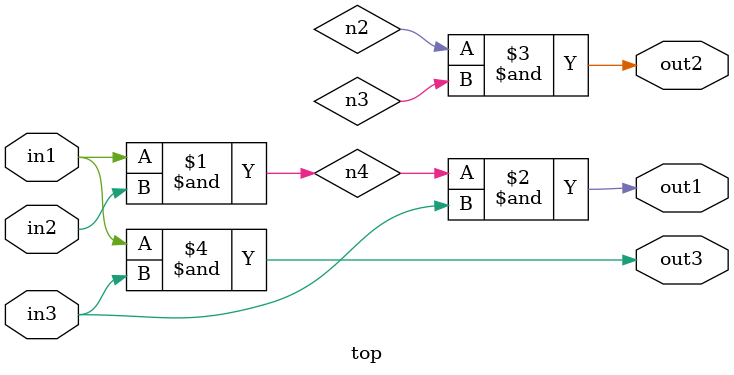
<source format=v>
module top (
    out1, out2, out3, in1, in2, in3
);
    input in1, in2, in3;
    output out1, out2, out3;
    wire n4;
    assign n4 = in1 & in2;
    assign out1 = n4 & in3;
    assign out2 = n2 & n3;
    assign out3 = in1 & in3;
endmodule
</source>
